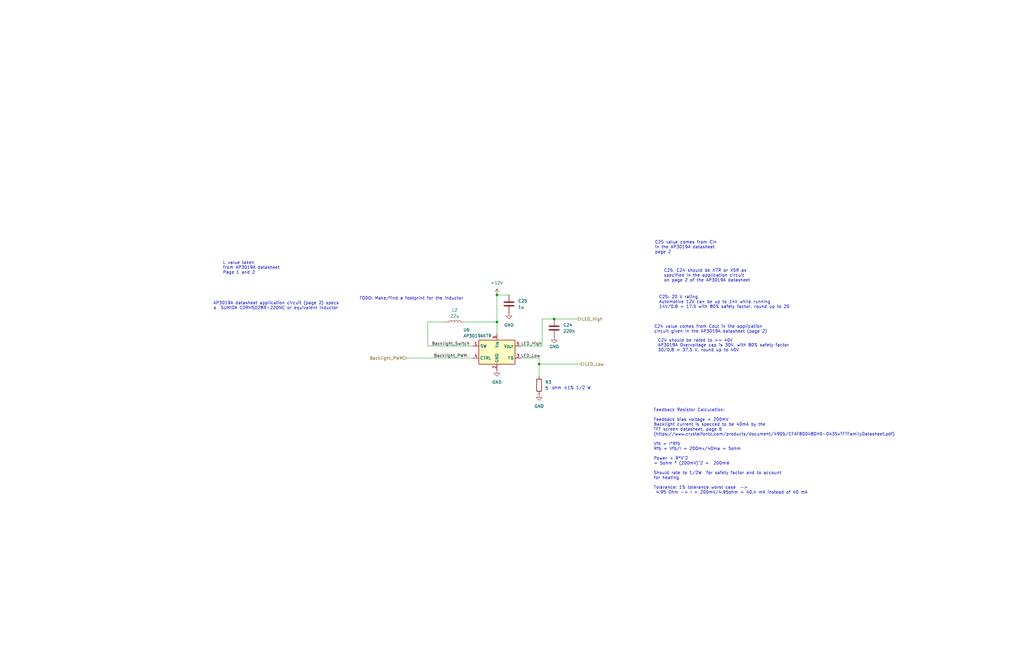
<source format=kicad_sch>
(kicad_sch (version 20250114) (generator "eeschema") (generator_version "9.0")
  (paper "B")
  (title_block (title "Steering Wheel Board") (date "2026-01-07") (rev "1.0") (company "Formula Slug") (comment 1 "Nova Mondal") (comment 2 "Jesse Osteen, Brian Acosta") (comment 6 "Backlight Driver"))
  (lib_symbols
    (symbol "Device:C" (pin_numbers (hide yes)) (pin_names (offset 0.254))
      (property "Reference" "C" (at 0.635 2.54 0))
      (property "Value" "C" (at 0.635 -2.54 0))
      (symbol "C_0_1"
        (polyline (pts (xy -2.032 0.762) (xy 2.032 0.762)) (stroke (width 0.508)))
        (polyline (pts (xy -2.032 -0.762) (xy 2.032 -0.762)) (stroke (width 0.508)))
      )
      (symbol "C_1_1"
        (pin passive line (at 0 3.81 270) (length 2.794) (name "~") (number "1"))
        (pin passive line (at 0 -3.81 90) (length 2.794) (name "~") (number "2"))
      )
    )
    (symbol "Device:L" (pin_numbers (hide yes)) (pin_names (offset 1.016) (hide yes))
      (property "Reference" "L" (at -1.27 0 90))
      (property "Value" "L" (at 1.905 0 90))
      (symbol "L_0_1"
        (arc (start 0 2.54) (mid 0.6323 1.905) (end 0 1.27))
        (arc (start 0 1.27) (mid 0.6323 0.635) (end 0 0))
        (arc (start 0 0) (mid 0.6323 -0.635) (end 0 -1.27))
        (arc (start 0 -1.27) (mid 0.6323 -1.905) (end 0 -2.54))
      )
      (symbol "L_1_1"
        (pin passive line (at 0 3.81 270) (length 1.27) (name "1") (number "1"))
        (pin passive line (at 0 -3.81 90) (length 1.27) (name "2") (number "2"))
      )
    )
    (symbol "Device:R" (pin_numbers (hide yes)) (pin_names (offset 0))
      (property "Reference" "R" (at 2.032 0 90))
      (property "Value" "R" (at 0 0 90))
      (symbol "R_0_1"
        (rectangle (start -1.016 -2.54) (end 1.016 2.54) (stroke (width 0.254)))
      )
      (symbol "R_1_1"
        (pin passive line (at 0 3.81 270) (length 1.27) (name "~") (number "1"))
        (pin passive line (at 0 -3.81 90) (length 1.27) (name "~") (number "2"))
      )
    )
    (symbol "Driver_LED:AP3019AKTR"
      (property "Reference" "U" (at -7.62 6.35 0))
      (property "Value" "AP3019AKTR" (at 1.27 6.35 0))
      (symbol "AP3019AKTR_0_1"
        (rectangle (start -7.62 5.08) (end 7.62 -5.08) (stroke (width 0.254)) (fill (type background)))
      )
      (symbol "AP3019AKTR_1_1"
        (pin input line (at -10.16 2.54 0) (length 2.54) (name "SW") (number "1"))
        (pin input line (at -10.16 -2.54 0) (length 2.54) (name "CTRL") (number "4"))
        (pin power_in line (at 0 7.62 270) (length 2.54) (name "V_{IN}") (number "6"))
        (pin power_in line (at 0 -7.62 90) (length 2.54) (name "GND") (number "2"))
        (pin power_out line (at 10.16 2.54 180) (length 2.54) (name "V_{OUT}") (number "5"))
        (pin input line (at 10.16 -2.54 180) (length 2.54) (name "FB") (number "3"))
      )
    )
    (symbol "power:+12V" (power) (pin_numbers (hide yes)) (pin_names (offset 0) (hide yes))
      (property "Value" "+12V" (at 0 3.556 0))
      (symbol "+12V_0_1"
        (polyline (pts (xy -0.762 1.27) (xy 0 2.54)))
        (polyline (pts (xy 0 2.54) (xy 0.762 1.27)))
        (polyline (pts (xy 0 0) (xy 0 2.54)))
      )
      (symbol "+12V_1_1"
        (pin power_in line (at 0 0 90) (length 0) (name "~") (number "1"))
      )
    )
    (symbol "power:GND" (power) (pin_numbers (hide yes)) (pin_names (offset 0) (hide yes))
      (property "Value" "GND" (at 0 -3.81 0))
      (symbol "GND_0_1"
        (polyline (pts (xy 0 0) (xy 0 -1.27) (xy 1.27 -1.27) (xy 0 -2.54) (xy -1.27 -1.27) (xy 0 -1.27)))
      )
      (symbol "GND_1_1"
        (pin power_in line (at 0 0 270) (length 0) (name "~") (number "1"))
      )
    )
  )
  (text "L value taken \nfrom AP3019A datasheet\nPage 1 and 2" (at 93.98 113.03 0) (effects (font (size 1.27 1.27)) (justify left)))
  (text "AP3019A datasheet application circuit (page 2) specs\na  SUMIDA CDRH5D28R-220NC or equivalent inductor" (at 89.916 129.032 0) (effects (font (size 1.27 1.27)) (justify left)))
  (text "ohm ±1% 1/2 W" (at 232.664 163.83 0) (effects (font (size 1.27 1.27)) (justify left)))
  (text "Feedback Resistor Calculation:\n\nFeedback bias voltage = 200mV\nBacklight current is specced to be 40mA by the \nTFT screen datasheet, page 6\n(https://www.crystalfontz.com/products/document/4905/CFAF800480H0-043SxTFTFamilyDatasheet.pdf)\n\nVfb = I*Rfb\nRfb = Vfb/I = 200mv/40ma = 5ohm\n\nPower = R*V^2\n= 5ohm * (200mV)^2 =  200mW\n\nShould rate to 1/2W  for safety factor and to account\nfor heating \n\nTolerance: 1% tolerance worst case  -> \n 4.95 Ohm -> I = 200mV/4.95ohm = 40.4 mA instead of 40 mA" (at 275.59 190.5 0) (effects (font (size 1.27 1.27)) (justify left)))
  (text "C25: 20 V rating\nAutomotive 12V can be up to 14V while running \n14V/0.8 = 17.5 with 80% safety factor, round up to 20" (at 277.876 127.508 0) (effects (font (size 1.27 1.27)) (justify left)))
  (text "TODO: Make/find a footprint for the inductor" (at 173.482 125.984 0) (effects (font (size 1.27 1.27))))
  (text "C25 value comes from Cin\nin the AP3019A datasheet\npage 2" (at 276.098 104.394 0) (effects (font (size 1.27 1.27)) (justify left)))
  (text "C24 value comes from Cout in the application \ncircuit given in the AP3019A datasheet (page 2)" (at 275.844 138.938 0) (effects (font (size 1.27 1.27)) (justify left)))
  (text "C25, C24 should be X7R or X5R as\nspecified in the application circuit\non page 2 of the AP3019A datasheet\n" (at 279.908 116.332 0) (effects (font (size 1.27 1.27)) (justify left)))
  (text "C24 should be rated to >= 40V\nAP3019A Overvoltage cap is 30V, with 80% safety factor \n30/0.8 = 37.5 V, round up to 40V" (at 277.368 145.796 0) (effects (font (size 1.27 1.27)) (justify left)))
  (junction (at 233.68 134.62))
  (junction (at 209.55 124.46))
  (junction (at 227.33 153.67))
  (junction (at 209.55 135.89))
  (wire (pts (xy 171.45 151.13) (xy 199.39 151.13)))
  (wire (pts (xy 227.33 153.67) (xy 245.11 153.67)))
  (wire (pts (xy 209.55 135.89) (xy 209.55 140.97)))
  (wire (pts (xy 180.34 135.89) (xy 187.96 135.89)))
  (wire (pts (xy 228.6 134.62) (xy 233.68 134.62)))
  (wire (pts (xy 195.58 135.89) (xy 209.55 135.89)))
  (wire (pts (xy 227.33 151.13) (xy 227.33 153.67)))
  (wire (pts (xy 219.71 151.13) (xy 227.33 151.13)))
  (wire (pts (xy 228.6 134.62) (xy 228.6 146.05)))
  (wire (pts (xy 180.34 146.05) (xy 199.39 146.05)))
  (wire (pts (xy 227.33 153.67) (xy 227.33 158.75)))
  (wire (pts (xy 228.6 146.05) (xy 219.71 146.05)))
  (wire (pts (xy 209.55 124.46) (xy 214.63 124.46)))
  (wire (pts (xy 209.55 124.46) (xy 209.55 135.89)))
  (wire (pts (xy 180.34 135.89) (xy 180.34 146.05)))
  (wire (pts (xy 233.68 134.62) (xy 243.84 134.62)))
  (label "LED_High" (at 219.71 146.05 0))
  (label "LED_Low" (at 219.71 151.13 0))
  (label "Backlight_Switch" (at 198.12 146.05 180))
  (label "Backlight_PWM" (at 182.88 151.13 0))
  (hierarchical_label "LED_High" (shape output) (at 243.84 134.62 0))
  (hierarchical_label "LED_Low" (shape output) (at 245.11 153.67 0))
  (hierarchical_label "Backlight_PWM" (shape input) (at 171.45 151.13 180))
  (symbol (lib_id "power:+12V") (at 209.55 124.46 0) (unit 1)
    (property "Reference" "#PWR023" (effects (hide yes)))
    (property "Value" "+12V" (at 209.55 119.38 0))
    (property "Description" "Power symbol creates a global label with name \"+12V\"" (effects (hide yes)))
  )
  (symbol (lib_id "power:GND") (at 214.63 132.08 0) (unit 1)
    (property "Reference" "#PWR025" (effects (hide yes)))
    (property "Value" "GND" (at 214.63 137.16 0))
    (property "Description" "Power symbol creates a global label with name \"GND\" , ground" (effects (hide yes)))
  )
  (symbol (lib_id "Device:C") (at 214.63 128.27 0) (unit 1)
    (property "Reference" "C25" (at 218.44 126.9999 0) (effects (justify left)))
    (property "Value" "1u" (at 218.44 129.5399 0) (effects (justify left)))
    (property "Description" "Unpolarized capacitor" (effects (hide yes)))
  )
  (symbol (lib_id "power:GND") (at 209.55 156.21 0) (unit 1)
    (property "Reference" "#PWR022" (effects (hide yes)))
    (property "Value" "GND" (at 209.55 161.29 0))
    (property "Description" "Power symbol creates a global label with name \"GND\" , ground" (effects (hide yes)))
  )
  (symbol (lib_id "Device:C") (at 233.68 138.43 0) (unit 1)
    (property "Reference" "C24" (at 237.49 137.1599 0) (effects (justify left)))
    (property "Value" "220n" (at 237.49 139.6999 0) (effects (justify left)))
    (property "Description" "Unpolarized capacitor" (effects (hide yes)))
  )
  (symbol (lib_id "Device:R") (at 227.33 162.56 0) (unit 1)
    (property "Reference" "R3" (at 229.87 161.2899 0) (effects (justify left)))
    (property "Value" "5" (at 229.87 163.8299 0) (effects (justify left)))
    (property "Description" "Resistor" (effects (hide yes)))
  )
  (symbol (lib_id "Device:L") (at 191.77 135.89 90) (unit 1)
    (property "Reference" "L2" (at 191.77 130.81 90))
    (property "Value" "22u" (at 191.77 133.35 90))
    (property "Footprint" "FS_4_Footprint_Library:CDRH5D28NP-220NC" (effects (hide yes)))
    (property "Datasheet" "https://products.sumida.com/products/pdf/CDRH5D28.pdf" (effects (hide yes)))
    (property "Description" "Inductor" (effects (hide yes)))
    (property "Digikey Part Number" "308-2307-1-ND" (effects (hide yes)))
    (property "Name" "Sumida CDRH5D28NP-220NC" (effects (hide yes)))
    (property "Digikey Link" "https://www.digikey.com/en/produchttps://www.digikey.com/en/products/detail/sumida-america-inc/CDRH5D28NP-220NC/4356377ts/detail/sumida-america-inc/CDRH5D28-220NC/611043" (effects (hide yes)))
    (property "Manufacturer Part Number" "CDRH5D28NP-220NC" (effects (hide yes)))
  )
  (symbol (lib_id "power:GND") (at 233.68 142.24 0) (unit 1)
    (property "Reference" "#PWR026" (effects (hide yes)))
    (property "Value" "GND" (at 233.68 146.304 0))
    (property "Description" "Power symbol creates a global label with name \"GND\" , ground" (effects (hide yes)))
  )
  (symbol (lib_id "Driver_LED:AP3019AKTR") (at 209.55 148.59 0) (unit 1)
    (property "Reference" "U6" (at 195.326 139.192 0) (effects (justify left)))
    (property "Value" "AP3019AKTR" (at 195.326 141.732 0) (effects (justify left)))
    (property "Footprint" "Package_TO_SOT_SMD:SOT-23-6" (effects (hide yes)))
    (property "Datasheet" "https://www.diodes.com/assets/Datasheets/AP3019A.pdf" (effects (hide yes)))
    (property "Description" "1.2MHz White LED Boost Drivers with Built-in Schottky, 2.5..16Vin, <30Vout, SOT-23-6" (effects (hide yes)))
  )
  (symbol (lib_id "power:GND") (at 227.33 166.37 0) (unit 1)
    (property "Reference" "#PWR024" (effects (hide yes)))
    (property "Value" "GND" (at 227.33 171.45 0))
    (property "Description" "Power symbol creates a global label with name \"GND\" , ground" (effects (hide yes)))
  )
)
</source>
